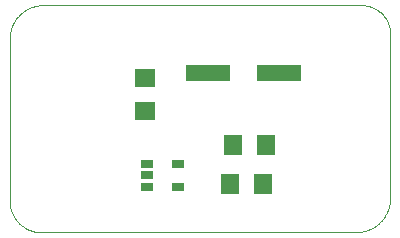
<source format=gtp>
G75*
%MOIN*%
%OFA0B0*%
%FSLAX25Y25*%
%IPPOS*%
%LPD*%
%AMOC8*
5,1,8,0,0,1.08239X$1,22.5*
%
%ADD10C,0.00000*%
%ADD11R,0.06299X0.07087*%
%ADD12R,0.03898X0.02717*%
%ADD13R,0.07087X0.06299*%
%ADD14R,0.14961X0.05512*%
D10*
X0011630Y0001252D02*
X0116327Y0001252D01*
X0116607Y0001255D01*
X0116887Y0001266D01*
X0117167Y0001282D01*
X0117446Y0001306D01*
X0117725Y0001337D01*
X0118002Y0001374D01*
X0118279Y0001417D01*
X0118555Y0001468D01*
X0118829Y0001525D01*
X0119102Y0001589D01*
X0119373Y0001659D01*
X0119642Y0001736D01*
X0119910Y0001819D01*
X0120175Y0001909D01*
X0120438Y0002005D01*
X0120699Y0002108D01*
X0120957Y0002217D01*
X0121213Y0002332D01*
X0121465Y0002453D01*
X0121715Y0002580D01*
X0121961Y0002713D01*
X0122205Y0002852D01*
X0122444Y0002997D01*
X0122681Y0003148D01*
X0122913Y0003304D01*
X0123142Y0003466D01*
X0123366Y0003634D01*
X0123587Y0003806D01*
X0123803Y0003985D01*
X0124015Y0004168D01*
X0124223Y0004356D01*
X0124426Y0004549D01*
X0124624Y0004747D01*
X0124817Y0004950D01*
X0125005Y0005158D01*
X0125188Y0005370D01*
X0125367Y0005586D01*
X0125539Y0005807D01*
X0125707Y0006031D01*
X0125869Y0006260D01*
X0126025Y0006492D01*
X0126176Y0006729D01*
X0126321Y0006968D01*
X0126460Y0007212D01*
X0126593Y0007458D01*
X0126720Y0007708D01*
X0126841Y0007960D01*
X0126956Y0008216D01*
X0127065Y0008474D01*
X0127168Y0008735D01*
X0127264Y0008998D01*
X0127354Y0009263D01*
X0127437Y0009531D01*
X0127514Y0009800D01*
X0127584Y0010071D01*
X0127648Y0010344D01*
X0127705Y0010618D01*
X0127756Y0010894D01*
X0127799Y0011171D01*
X0127836Y0011448D01*
X0127867Y0011727D01*
X0127891Y0012006D01*
X0127907Y0012286D01*
X0127918Y0012566D01*
X0127921Y0012846D01*
X0127921Y0067319D01*
X0127922Y0067319D02*
X0127919Y0067552D01*
X0127911Y0067784D01*
X0127897Y0068017D01*
X0127877Y0068249D01*
X0127852Y0068480D01*
X0127821Y0068711D01*
X0127784Y0068941D01*
X0127743Y0069170D01*
X0127695Y0069398D01*
X0127642Y0069625D01*
X0127584Y0069850D01*
X0127520Y0070074D01*
X0127450Y0070296D01*
X0127376Y0070517D01*
X0127296Y0070735D01*
X0127211Y0070952D01*
X0127120Y0071166D01*
X0127025Y0071379D01*
X0126924Y0071589D01*
X0126818Y0071796D01*
X0126708Y0072001D01*
X0126592Y0072203D01*
X0126472Y0072402D01*
X0126347Y0072599D01*
X0126217Y0072792D01*
X0126082Y0072982D01*
X0125943Y0073168D01*
X0125799Y0073352D01*
X0125651Y0073531D01*
X0125499Y0073708D01*
X0125343Y0073880D01*
X0125182Y0074048D01*
X0125017Y0074213D01*
X0124849Y0074374D01*
X0124677Y0074530D01*
X0124500Y0074682D01*
X0124321Y0074830D01*
X0124137Y0074974D01*
X0123951Y0075113D01*
X0123761Y0075248D01*
X0123568Y0075378D01*
X0123371Y0075503D01*
X0123172Y0075623D01*
X0122970Y0075739D01*
X0122765Y0075849D01*
X0122558Y0075955D01*
X0122348Y0076056D01*
X0122135Y0076151D01*
X0121921Y0076242D01*
X0121704Y0076327D01*
X0121486Y0076407D01*
X0121265Y0076481D01*
X0121043Y0076551D01*
X0120819Y0076615D01*
X0120594Y0076673D01*
X0120367Y0076726D01*
X0120139Y0076774D01*
X0119910Y0076815D01*
X0119680Y0076852D01*
X0119449Y0076883D01*
X0119218Y0076908D01*
X0118986Y0076928D01*
X0118753Y0076942D01*
X0118521Y0076950D01*
X0118288Y0076953D01*
X0012221Y0076953D01*
X0011950Y0076950D01*
X0011679Y0076940D01*
X0011408Y0076924D01*
X0011138Y0076901D01*
X0010868Y0076871D01*
X0010600Y0076835D01*
X0010332Y0076793D01*
X0010065Y0076744D01*
X0009800Y0076689D01*
X0009536Y0076627D01*
X0009273Y0076559D01*
X0009012Y0076484D01*
X0008754Y0076404D01*
X0008497Y0076317D01*
X0008242Y0076224D01*
X0007990Y0076125D01*
X0007740Y0076019D01*
X0007492Y0075908D01*
X0007248Y0075791D01*
X0007006Y0075668D01*
X0006768Y0075539D01*
X0006532Y0075404D01*
X0006300Y0075264D01*
X0006072Y0075118D01*
X0005847Y0074967D01*
X0005625Y0074810D01*
X0005408Y0074648D01*
X0005195Y0074481D01*
X0004985Y0074308D01*
X0004780Y0074131D01*
X0004579Y0073949D01*
X0004383Y0073762D01*
X0004191Y0073570D01*
X0004004Y0073374D01*
X0003822Y0073173D01*
X0003645Y0072968D01*
X0003472Y0072758D01*
X0003305Y0072545D01*
X0003143Y0072328D01*
X0002986Y0072106D01*
X0002835Y0071881D01*
X0002689Y0071653D01*
X0002549Y0071421D01*
X0002414Y0071185D01*
X0002285Y0070947D01*
X0002162Y0070705D01*
X0002045Y0070461D01*
X0001934Y0070213D01*
X0001828Y0069963D01*
X0001729Y0069711D01*
X0001636Y0069456D01*
X0001549Y0069199D01*
X0001469Y0068941D01*
X0001394Y0068680D01*
X0001326Y0068417D01*
X0001264Y0068153D01*
X0001209Y0067888D01*
X0001160Y0067621D01*
X0001118Y0067353D01*
X0001082Y0067085D01*
X0001052Y0066815D01*
X0001029Y0066545D01*
X0001013Y0066274D01*
X0001003Y0066003D01*
X0001000Y0065732D01*
X0001000Y0011882D01*
X0001003Y0011621D01*
X0001013Y0011360D01*
X0001029Y0011100D01*
X0001051Y0010840D01*
X0001080Y0010581D01*
X0001115Y0010322D01*
X0001156Y0010065D01*
X0001204Y0009808D01*
X0001258Y0009553D01*
X0001319Y0009299D01*
X0001385Y0009047D01*
X0001458Y0008796D01*
X0001537Y0008548D01*
X0001621Y0008301D01*
X0001712Y0008056D01*
X0001809Y0007814D01*
X0001912Y0007574D01*
X0002021Y0007337D01*
X0002135Y0007103D01*
X0002255Y0006871D01*
X0002381Y0006642D01*
X0002512Y0006417D01*
X0002649Y0006195D01*
X0002791Y0005976D01*
X0002939Y0005761D01*
X0003092Y0005550D01*
X0003250Y0005342D01*
X0003413Y0005138D01*
X0003581Y0004939D01*
X0003754Y0004743D01*
X0003931Y0004552D01*
X0004113Y0004365D01*
X0004300Y0004183D01*
X0004491Y0004006D01*
X0004687Y0003833D01*
X0004886Y0003665D01*
X0005090Y0003502D01*
X0005298Y0003344D01*
X0005509Y0003191D01*
X0005724Y0003043D01*
X0005943Y0002901D01*
X0006165Y0002764D01*
X0006390Y0002633D01*
X0006619Y0002507D01*
X0006851Y0002387D01*
X0007085Y0002273D01*
X0007322Y0002164D01*
X0007562Y0002061D01*
X0007804Y0001964D01*
X0008049Y0001873D01*
X0008296Y0001789D01*
X0008544Y0001710D01*
X0008795Y0001637D01*
X0009047Y0001571D01*
X0009301Y0001510D01*
X0009556Y0001456D01*
X0009813Y0001408D01*
X0010070Y0001367D01*
X0010329Y0001332D01*
X0010588Y0001303D01*
X0010848Y0001281D01*
X0011108Y0001265D01*
X0011369Y0001255D01*
X0011630Y0001252D01*
D11*
X0074488Y0017252D03*
X0085512Y0017252D03*
X0086512Y0030252D03*
X0075488Y0030252D03*
D12*
X0057118Y0023992D03*
X0046921Y0023992D03*
X0046921Y0020252D03*
X0046921Y0016512D03*
X0057118Y0016512D03*
D13*
X0046000Y0041740D03*
X0046000Y0052764D03*
D14*
X0067189Y0054252D03*
X0090811Y0054252D03*
M02*

</source>
